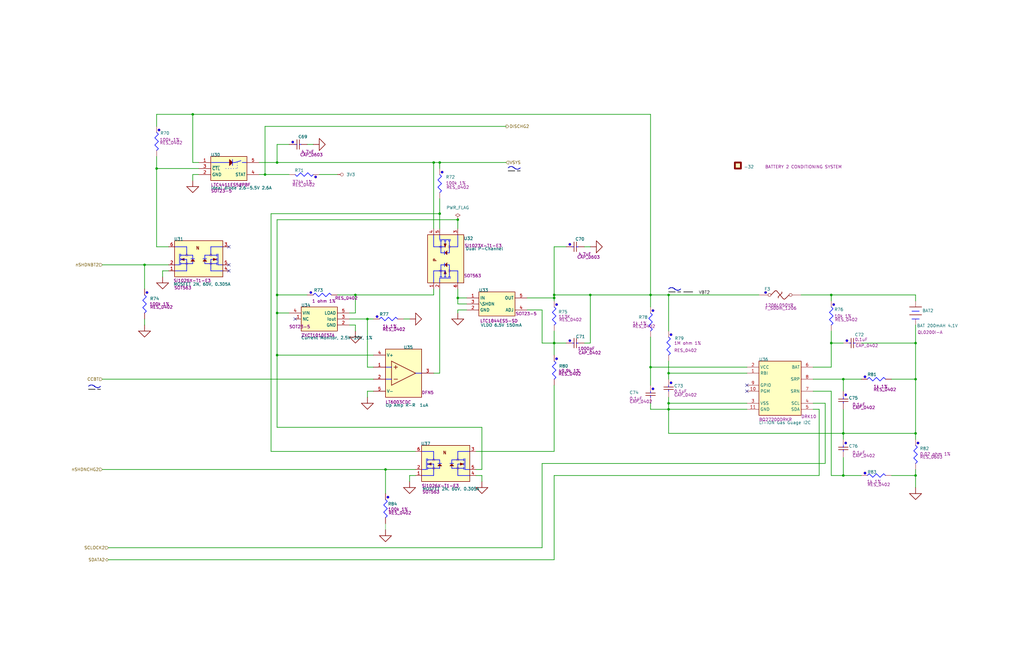
<source format=kicad_sch>
(kicad_sch (version 20231120) (generator "eeschema") (generator_version "8.0")
  (paper "B")
  (title_block (rev "-"))
  (junction (at 274.32 154.94))
  (junction (at 182.88 68.58))
  (junction (at 81.28 48.26))
  (junction (at 281.94 124.46))
  (junction (at 116.84 124.46))
  (junction (at 193.04 125.73))
  (junction (at 274.32 124.46))
  (junction (at 185.42 68.58))
  (junction (at 355.6 200.66))
  (junction (at 185.42 90.17))
  (junction (at 355.6 182.88))
  (junction (at 233.68 125.73))
  (junction (at 281.94 157.48))
  (junction (at 154.94 134.62))
  (junction (at 386.08 160.02))
  (junction (at 281.94 172.72))
  (junction (at 350.52 144.78))
  (junction (at 66.04 71.12))
  (junction (at 116.84 68.58))
  (junction (at 111.76 73.66))
  (junction (at 248.92 124.46))
  (junction (at 355.6 160.02))
  (junction (at 149.86 124.46))
  (junction (at 116.84 132.08))
  (junction (at 386.08 144.78))
  (junction (at 162.56 198.12))
  (junction (at 116.84 149.86))
  (junction (at 386.08 200.66))
  (junction (at 233.68 144.78))
  (junction (at 350.52 124.46))
  (junction (at 386.08 182.88))
  (junction (at 281.94 170.18))
  (junction (at 233.68 124.46))
  (junction (at 60.96 111.76))
  (junction (at 193.04 92.71))
  (no_connect (at 314.96 162.56))
  (no_connect (at 124.46 134.62))
  (no_connect (at 96.52 111.76))
  (no_connect (at 314.96 165.1))
  (no_connect (at 96.52 104.14))
  (no_connect (at 96.52 114.3))
  (wire (pts (xy 203.2 200.66) (xy 200.66 200.66)) (stroke (width 0.254)))
  (wire (pts (xy 347.98 195.58) (xy 228.6 195.58)) (stroke (width 0.254)))
  (wire (pts (xy 116.84 149.86) (xy 116.84 180.34)) (stroke (width 0.254)))
  (polyline (pts (xy 39.6971 162.8695) (xy 39.7406 162.9031)) (stroke (width 0.254) (type solid)))
  (polyline (pts (xy 284.5681 121.9985) (xy 284.6055 122.0289)) (stroke (width 0.254) (type solid)))
  (polyline (pts (xy 216.0389 70.362) (xy 216.1263 70.3935)) (stroke (width 0.254) (type solid)))
  (polyline (pts (xy 284.4654 121.9061) (xy 284.4763 121.9164)) (stroke (width 0.254) (type solid)))
  (wire (pts (xy 43.18 160.02) (xy 157.48 160.02)) (stroke (width 0.254)))
  (polyline (pts (xy 41.148 163.576) (xy 41.2543 163.5747)) (stroke (width 0.254) (type solid)))
  (wire (pts (xy 386.08 160.02) (xy 386.08 182.88)) (stroke (width 0.254)))
  (polyline (pts (xy 38.478 162.4492) (xy 38.5843 162.4479)) (stroke (width 0.254) (type solid)))
  (polyline (pts (xy 286.3139 122.3916) (xy 286.4295 122.3439)) (stroke (width 0.254) (type solid)))
  (polyline (pts (xy 216.9582 70.9471) (xy 217.0017 70.9807)) (stroke (width 0.254) (type solid)))
  (wire (pts (xy 345.44 172.72) (xy 345.44 200.66)) (stroke (width 0.254)))
  (polyline (pts (xy 39.8986 163.0423) (xy 39.9232 163.064)) (stroke (width 0.254) (type solid)))
  (wire (pts (xy 233.68 124.46) (xy 233.68 104.14)) (stroke (width 0.254)))
  (polyline (pts (xy 282.8726 121.3843) (xy 282.9833 121.3665)) (stroke (width 0.254) (type solid)))
  (polyline (pts (xy 216.7071 70.7294) (xy 216.7445 70.7598)) (stroke (width 0.254) (type solid)))
  (wire (pts (xy 116.84 149.86) (xy 157.48 149.86)) (stroke (width 0.254)))
  (wire (pts (xy 116.84 60.96) (xy 116.84 68.58)) (stroke (width 0.254)))
  (wire (pts (xy 248.92 124.46) (xy 233.68 124.46)) (stroke (width 0.254)))
  (polyline (pts (xy 42.1683 163.2212) (xy 42.2871 163.1237)) (stroke (width 0.254) (type solid)))
  (polyline (pts (xy 39.3225 162.6386) (xy 39.3973 162.6771)) (stroke (width 0.254) (type solid)))
  (wire (pts (xy 350.52 154.94) (xy 350.52 144.78)) (stroke (width 0.254)))
  (wire (pts (xy 274.32 124.46) (xy 248.92 124.46)) (stroke (width 0.254)))
  (polyline (pts (xy 284.7531 122.1367) (xy 284.8133 122.1758)) (stroke (width 0.254) (type solid)))
  (polyline (pts (xy 38.0322 162.5404) (xy 38.1463 162.5033)) (stroke (width 0.254) (type solid)))
  (wire (pts (xy 386.08 124.46) (xy 386.08 127)) (stroke (width 0.254)))
  (wire (pts (xy 185.42 90.17) (xy 185.42 96.52)) (stroke (width 0.254)))
  (wire (pts (xy 43.18 111.76) (xy 60.96 111.76)) (stroke (width 0.254)))
  (polyline (pts (xy 285.9766 122.4736) (xy 286.0873 122.4558)) (stroke (width 0.254) (type solid)))
  (polyline (pts (xy 39.8337 162.9816) (xy 39.8516 162.998)) (stroke (width 0.254) (type solid)))
  (polyline (pts (xy 216.7756 70.7862) (xy 216.8002 70.8079)) (stroke (width 0.254) (type solid)))
  (wire (pts (xy 193.04 128.27) (xy 196.85 128.27)) (stroke (width 0.254)))
  (polyline (pts (xy 40.335 163.3468) (xy 40.4098 163.3853)) (stroke (width 0.254) (type solid)))
  (polyline (pts (xy 39.8662 163.0119) (xy 39.8698 163.0156)) (stroke (width 0.254) (type solid)))
  (polyline (pts (xy 39.7406 162.9031) (xy 39.778 162.9335)) (stroke (width 0.254) (type solid)))
  (polyline (pts (xy 217.4556 71.2485) (xy 217.539 71.283)) (stroke (width 0.254) (type solid)))
  (wire (pts (xy 228.6 144.78) (xy 233.68 144.78)) (stroke (width 0.254)))
  (polyline (pts (xy 216.8472 70.8522) (xy 216.8651 70.8686)) (stroke (width 0.254) (type solid)))
  (wire (pts (xy 111.76 53.34) (xy 213.36 53.34)) (stroke (width 0.254)))
  (polyline (pts (xy 41.2543 163.5747) (xy 41.3628 163.5655)) (stroke (width 0.254) (type solid)))
  (wire (pts (xy 193.04 125.73) (xy 196.85 125.73)) (stroke (width 0.254)))
  (wire (pts (xy 172.72 200.66) (xy 175.26 200.66)) (stroke (width 0.254)))
  (polyline (pts (xy 214.2927 70.8382) (xy 214.4117 70.7265)) (stroke (width 0.254) (type solid)))
  (polyline (pts (xy 38.8867 162.4845) (xy 38.9813 162.5079)) (stroke (width 0.254) (type solid)))
  (polyline (pts (xy 284.3109 121.7776) (xy 284.3544 121.8112)) (stroke (width 0.254) (type solid)))
  (polyline (pts (xy 285.1863 122.3648) (xy 285.2737 122.3963)) (stroke (width 0.254) (type solid)))
  (polyline (pts (xy 40.8456 163.5394) (xy 40.9435 163.5576)) (stroke (width 0.254) (type solid)))
  (polyline (pts (xy 41.0444 163.5701) (xy 41.148 163.576)) (stroke (width 0.254) (type solid)))
  (polyline (pts (xy 41.3628 163.5655) (xy 41.4735 163.5477)) (stroke (width 0.254) (type solid)))
  (wire (pts (xy 342.9 154.94) (xy 350.52 154.94)) (stroke (width 0.254)))
  (polyline (pts (xy 284.6055 122.0289) (xy 284.649 122.0625)) (stroke (width 0.254) (type solid)))
  (polyline (pts (xy 215.6544 70.2801) (xy 215.7553 70.2926)) (stroke (width 0.254) (type solid)))
  (polyline (pts (xy 39.2432 162.6017) (xy 39.3225 162.6386)) (stroke (width 0.254) (type solid)))
  (polyline (pts (xy 285.4594 122.4475) (xy 285.5573 122.4657)) (stroke (width 0.254) (type solid)))
  (wire (pts (xy 233.68 190.5) (xy 233.68 162.56)) (stroke (width 0.254)))
  (wire (pts (xy 147.32 132.08) (xy 149.86 132.08)) (stroke (width 0.254)))
  (wire (pts (xy 386.08 198.12) (xy 386.08 200.66)) (stroke (width 0.254)))
  (polyline (pts (xy 218.44 71.374) (xy 218.5525 71.3469)) (stroke (width 0.254) (type solid)))
  (polyline (pts (xy 216.6636 70.6958) (xy 216.7071 70.7294)) (stroke (width 0.254) (type solid)))
  (polyline (pts (xy 218.7822 71.2621) (xy 218.8989 71.2029)) (stroke (width 0.254) (type solid)))
  (polyline (pts (xy 284.3544 121.8112) (xy 284.3918 121.8416)) (stroke (width 0.254) (type solid)))
  (wire (pts (xy 281.94 182.88) (xy 355.6 182.88)) (stroke (width 0.254)))
  (wire (pts (xy 274.32 172.72) (xy 274.32 170.18)) (stroke (width 0.254)))
  (polyline (pts (xy 217.166 71.094) (xy 217.2313 71.1337)) (stroke (width 0.254) (type solid)))
  (wire (pts (xy 149.86 137.16) (xy 149.86 139.7)) (stroke (width 0.254)))
  (wire (pts (xy 162.56 198.12) (xy 175.26 198.12)) (stroke (width 0.254)))
  (wire (pts (xy 149.86 124.46) (xy 142.24 124.46)) (stroke (width 0.254)))
  (polyline (pts (xy 286.6638 122.2134) (xy 286.7821 122.1293)) (stroke (width 0.254) (type solid)))
  (polyline (pts (xy 37.6823 162.7186) (xy 37.7999 162.6473)) (stroke (width 0.254) (type solid)))
  (wire (pts (xy 314.96 154.94) (xy 274.32 154.94)) (stroke (width 0.254)))
  (polyline (pts (xy 282.4137 121.5554) (xy 282.5304 121.4962)) (stroke (width 0.254) (type solid)))
  (polyline (pts (xy 282.7601 121.4114) (xy 282.8726 121.3843)) (stroke (width 0.254) (type solid)))
  (wire (pts (xy 185.42 83.82) (xy 185.42 90.17)) (stroke (width 0.254)))
  (wire (pts (xy 81.28 68.58) (xy 81.28 48.26)) (stroke (width 0.254)))
  (polyline (pts (xy 39.6479 162.8334) (xy 39.6971 162.8695)) (stroke (width 0.254) (type solid)))
  (polyline (pts (xy 216.8327 70.8382) (xy 216.8363 70.8419)) (stroke (width 0.254) (type solid)))
  (wire (pts (xy 111.76 73.66) (xy 111.76 53.34)) (stroke (width 0.254)))
  (wire (pts (xy 193.04 121.92) (xy 193.04 125.73)) (stroke (width 0.254)))
  (wire (pts (xy 185.42 68.58) (xy 182.88 68.58)) (stroke (width 0.254)))
  (wire (pts (xy 83.82 68.58) (xy 81.28 68.58)) (stroke (width 0.254)))
  (wire (pts (xy 355.6 182.88) (xy 355.6 185.42)) (stroke (width 0.254)))
  (wire (pts (xy 185.42 157.48) (xy 185.42 121.92)) (stroke (width 0.254)))
  (wire (pts (xy 274.32 129.54) (xy 274.32 124.46)) (stroke (width 0.254)))
  (wire (pts (xy 233.68 125.73) (xy 233.68 124.46)) (stroke (width 0.254)))
  (wire (pts (xy 60.96 121.92) (xy 60.96 111.76)) (stroke (width 0.254)))
  (polyline (pts (xy 216.5595 70.6216) (xy 216.6144 70.6597)) (stroke (width 0.254) (type solid)))
  (polyline (pts (xy 215.9478 70.3342) (xy 216.0389 70.362)) (stroke (width 0.254) (type solid)))
  (polyline (pts (xy 216.3638 70.5034) (xy 216.434 70.5428)) (stroke (width 0.254) (type solid)))
  (wire (pts (xy 66.04 48.26) (xy 81.28 48.26)) (stroke (width 0.254)))
  (polyline (pts (xy 40.9435 163.5576) (xy 41.0444 163.5701)) (stroke (width 0.254) (type solid)))
  (wire (pts (xy 142.24 73.66) (xy 134.62 73.66)) (stroke (width 0.254)))
  (polyline (pts (xy 284.1466 121.6643) (xy 284.2068 121.7034)) (stroke (width 0.254) (type solid)))
  (wire (pts (xy 281.94 170.18) (xy 281.94 172.72)) (stroke (width 0.254)))
  (polyline (pts (xy 284.5124 121.9504) (xy 284.537 121.9721)) (stroke (width 0.254) (type solid)))
  (wire (pts (xy 281.94 172.72) (xy 274.32 172.72)) (stroke (width 0.254)))
  (wire (pts (xy 114.3 90.17) (xy 114.3 190.5)) (stroke (width 0.254)))
  (wire (pts (xy 172.72 203.2) (xy 172.72 200.66)) (stroke (width 0.254)))
  (wire (pts (xy 68.58 116.84) (xy 68.58 114.3)) (stroke (width 0.254)))
  (polyline (pts (xy 217.1058 71.0549) (xy 217.166 71.094)) (stroke (width 0.254) (type solid)))
  (polyline (pts (xy 284.4836 121.9237) (xy 284.4945 121.934)) (stroke (width 0.254) (type solid)))
  (wire (pts (xy 233.68 127) (xy 233.68 125.73)) (stroke (width 0.254)))
  (polyline (pts (xy 215.4445 70.2755) (xy 215.5508 70.2742)) (stroke (width 0.254) (type solid)))
  (polyline (pts (xy 283.857 121.5098) (xy 283.9363 121.5467)) (stroke (width 0.254) (type solid)))
  (wire (pts (xy 68.58 114.3) (xy 71.12 114.3)) (stroke (width 0.254)))
  (wire (pts (xy 66.04 104.14) (xy 71.12 104.14)) (stroke (width 0.254)))
  (polyline (pts (xy 217.6264 71.3145) (xy 217.7175 71.3423)) (stroke (width 0.254) (type solid)))
  (wire (pts (xy 342.9 170.18) (xy 347.98 170.18)) (stroke (width 0.254)))
  (wire (pts (xy 248.92 144.78) (xy 248.92 124.46)) (stroke (width 0.254)))
  (wire (pts (xy 200.66 190.5) (xy 233.68 190.5)) (stroke (width 0.254)))
  (polyline (pts (xy 285.6582 122.4782) (xy 285.7618 122.4841)) (stroke (width 0.254) (type solid)))
  (wire (pts (xy 350.52 165.1) (xy 350.52 200.66)) (stroke (width 0.254)))
  (wire (pts (xy 71.12 111.76) (xy 60.96 111.76)) (stroke (width 0.254)))
  (wire (pts (xy 386.08 182.88) (xy 386.08 185.42)) (stroke (width 0.254)))
  (polyline (pts (xy 282.2961 121.6267) (xy 282.4137 121.5554)) (stroke (width 0.254) (type solid)))
  (polyline (pts (xy 283.3017 121.3619) (xy 283.4026 121.3744)) (stroke (width 0.254) (type solid)))
  (polyline (pts (xy 284.4229 121.868) (xy 284.4475 121.8897)) (stroke (width 0.254) (type solid)))
  (wire (pts (xy 193.04 132.08) (xy 193.04 130.81)) (stroke (width 0.254)))
  (polyline (pts (xy 285.5573 122.4657) (xy 285.6582 122.4782)) (stroke (width 0.254) (type solid)))
  (wire (pts (xy 147.32 137.16) (xy 149.86 137.16)) (stroke (width 0.254)))
  (wire (pts (xy 185.42 68.58) (xy 185.42 71.12)) (stroke (width 0.254)))
  (wire (pts (xy 60.96 137.16) (xy 60.96 134.62)) (stroke (width 0.254)))
  (polyline (pts (xy 283.7736 121.4753) (xy 283.857 121.5098)) (stroke (width 0.254) (type solid)))
  (polyline (pts (xy 40.6599 163.4882) (xy 40.751 163.516)) (stroke (width 0.254) (type solid)))
  (polyline (pts (xy 41.586 163.5206) (xy 41.7001 163.4835)) (stroke (width 0.254) (type solid)))
  (wire (pts (xy 116.84 180.34) (xy 203.2 180.34)) (stroke (width 0.254)))
  (polyline (pts (xy 285.1029 122.3303) (xy 285.1863 122.3648)) (stroke (width 0.254) (type solid)))
  (polyline (pts (xy 282.1778 121.7108) (xy 282.2961 121.6267)) (stroke (width 0.254) (type solid)))
  (polyline (pts (xy 37.3262 164.2819) (xy 42.4062 164.2819)) (stroke (width 0.254) (type dash) (color 0 0 0 1)))
  (wire (pts (xy 203.2 198.12) (xy 200.66 198.12)) (stroke (width 0.254)))
  (wire (pts (xy 157.48 154.94) (xy 154.94 154.94)) (stroke (width 0.254)))
  (polyline (pts (xy 283.5951 121.416) (xy 283.6862 121.4438)) (stroke (width 0.254) (type solid)))
  (polyline (pts (xy 284.4945 121.934) (xy 284.5124 121.9504)) (stroke (width 0.254) (type solid)))
  (wire (pts (xy 233.68 144.78) (xy 238.76 144.78)) (stroke (width 0.254)))
  (polyline (pts (xy 40.4098 163.3853) (xy 40.4891 163.4222)) (stroke (width 0.254) (type solid)))
  (polyline (pts (xy 284.2617 121.7415) (xy 284.3109 121.7776)) (stroke (width 0.254) (type solid)))
  (wire (pts (xy 116.84 124.46) (xy 129.54 124.46)) (stroke (width 0.254)))
  (wire (pts (xy 342.9 160.02) (xy 355.6 160.02)) (stroke (width 0.254)))
  (wire (pts (xy 355.6 182.88) (xy 386.08 182.88)) (stroke (width 0.254)))
  (polyline (pts (xy 216.434 70.5428) (xy 216.4993 70.5825)) (stroke (width 0.254) (type solid)))
  (wire (pts (xy 81.28 73.66) (xy 83.82 73.66)) (stroke (width 0.254)))
  (polyline (pts (xy 216.9208 70.9167) (xy 216.9582 70.9471)) (stroke (width 0.254) (type solid)))
  (polyline (pts (xy 283.5005 121.3926) (xy 283.5951 121.416)) (stroke (width 0.254) (type solid)))
  (wire (pts (xy 172.72 134.62) (xy 170.18 134.62)) (stroke (width 0.254)))
  (wire (pts (xy 233.68 139.7) (xy 233.68 144.78)) (stroke (width 0.254)))
  (polyline (pts (xy 216.829 70.8346) (xy 216.8327 70.8382)) (stroke (width 0.254) (type solid)))
  (polyline (pts (xy 216.8363 70.8419) (xy 216.8472 70.8522)) (stroke (width 0.254) (type solid)))
  (polyline (pts (xy 37.564 162.8027) (xy 37.6823 162.7186)) (stroke (width 0.254) (type solid)))
  (polyline (pts (xy 216.2097 70.428) (xy 216.289 70.4649)) (stroke (width 0.254) (type solid)))
  (polyline (pts (xy 284.4763 121.9164) (xy 284.48 121.92)) (stroke (width 0.254) (type solid)))
  (polyline (pts (xy 283.0918 121.3573) (xy 283.1981 121.356)) (stroke (width 0.254) (type solid)))
  (polyline (pts (xy 41.4735 163.5477) (xy 41.586 163.5206)) (stroke (width 0.254) (type solid)))
  (polyline (pts (xy 38.6879 162.4538) (xy 38.7888 162.4663)) (stroke (width 0.254) (type solid)))
  (wire (pts (xy 274.32 48.26) (xy 274.32 124.46)) (stroke (width 0.254)))
  (polyline (pts (xy 286.7821 122.1293) (xy 286.9009 122.0318)) (stroke (width 0.254) (type solid)))
  (wire (pts (xy 281.94 170.18) (xy 314.96 170.18)) (stroke (width 0.254)))
  (wire (pts (xy 345.44 200.66) (xy 233.68 200.66)) (stroke (width 0.254)))
  (wire (pts (xy 149.86 132.08) (xy 149.86 124.46)) (stroke (width 0.254)))
  (polyline (pts (xy 214.5305 70.629) (xy 214.6488 70.5449)) (stroke (width 0.254) (type solid)))
  (wire (pts (xy 193.04 125.73) (xy 193.04 128.27)) (stroke (width 0.254)))
  (polyline (pts (xy 215.336 70.2847) (xy 215.4445 70.2755)) (stroke (width 0.254) (type solid)))
  (wire (pts (xy 154.94 134.62) (xy 147.32 134.62)) (stroke (width 0.254)))
  (polyline (pts (xy 284.2068 121.7034) (xy 284.2617 121.7415)) (stroke (width 0.254) (type solid)))
  (polyline (pts (xy 284.8133 122.1758) (xy 284.8786 122.2155)) (stroke (width 0.254) (type solid)))
  (polyline (pts (xy 284.9488 122.2549) (xy 285.0236 122.2934)) (stroke (width 0.254) (type solid)))
  (polyline (pts (xy 217.8121 71.3657) (xy 217.91 71.3839)) (stroke (width 0.254) (type solid)))
  (wire (pts (xy 281.94 124.46) (xy 320.04 124.46)) (stroke (width 0.254)))
  (wire (pts (xy 233.68 200.66) (xy 233.68 236.22)) (stroke (width 0.254)))
  (wire (pts (xy 203.2 203.2) (xy 203.2 200.66)) (stroke (width 0.254)))
  (polyline (pts (xy 281.94 121.92) (xy 282.059 121.8083)) (stroke (width 0.254) (type solid)))
  (wire (pts (xy 233.68 144.78) (xy 233.68 149.86)) (stroke (width 0.254)))
  (wire (pts (xy 342.9 165.1) (xy 350.52 165.1)) (stroke (width 0.254)))
  (polyline (pts (xy 283.1981 121.356) (xy 283.3017 121.3619)) (stroke (width 0.254) (type solid)))
  (polyline (pts (xy 37.9166 162.5881) (xy 38.0322 162.5404)) (stroke (width 0.254) (type solid)))
  (polyline (pts (xy 39.778 162.9335) (xy 39.8091 162.9599)) (stroke (width 0.254) (type solid)))
  (wire (pts (xy 149.86 124.46) (xy 182.88 124.46)) (stroke (width 0.254)))
  (polyline (pts (xy 39.8625 163.0083) (xy 39.8662 163.0119)) (stroke (width 0.254) (type solid)))
  (polyline (pts (xy 219.1348 71.0475) (xy 219.2536 70.95)) (stroke (width 0.254) (type solid)))
  (polyline (pts (xy 216.8651 70.8686) (xy 216.8897 70.8903)) (stroke (width 0.254) (type solid)))
  (wire (pts (xy 228.6 130.81) (xy 228.6 144.78)) (stroke (width 0.254)))
  (polyline (pts (xy 217.539 71.283) (xy 217.6264 71.3145)) (stroke (width 0.254) (type solid)))
  (wire (pts (xy 350.52 124.46) (xy 386.08 124.46)) (stroke (width 0.254)))
  (wire (pts (xy 386.08 200.66) (xy 375.92 200.66)) (stroke (width 0.254)))
  (wire (pts (xy 386.08 137.16) (xy 386.08 144.78)) (stroke (width 0.254)))
  (polyline (pts (xy 285.7618 122.4841) (xy 285.8681 122.4828)) (stroke (width 0.254) (type solid)))
  (polyline (pts (xy 218.0109 71.3964) (xy 218.1145 71.4023)) (stroke (width 0.254) (type solid)))
  (polyline (pts (xy 217.3763 71.2116) (xy 217.4556 71.2485)) (stroke (width 0.254) (type solid)))
  (wire (pts (xy 222.25 130.81) (xy 228.6 130.81)) (stroke (width 0.254)))
  (wire (pts (xy 111.76 73.66) (xy 109.22 73.66)) (stroke (width 0.254)))
  (polyline (pts (xy 214.9987 70.3667) (xy 215.1128 70.3296)) (stroke (width 0.254) (type solid)))
  (polyline (pts (xy 38.1463 162.5033) (xy 38.2588 162.4762)) (stroke (width 0.254) (type solid)))
  (polyline (pts (xy 216.4993 70.5825) (xy 216.5595 70.6216)) (stroke (width 0.254) (type solid)))
  (polyline (pts (xy 284.8786 122.2155) (xy 284.9488 122.2549)) (stroke (width 0.254) (type solid)))
  (wire (pts (xy 193.04 92.71) (xy 116.84 92.71)) (stroke (width 0.254)))
  (wire (pts (xy 355.6 160.02) (xy 355.6 165.1)) (stroke (width 0.254)))
  (wire (pts (xy 314.96 172.72) (xy 281.94 172.72)) (stroke (width 0.254)))
  (polyline (pts (xy 285.0236 122.2934) (xy 285.1029 122.3303)) (stroke (width 0.254) (type solid)))
  (polyline (pts (xy 40.4891 163.4222) (xy 40.5725 163.4567)) (stroke (width 0.254) (type solid)))
  (polyline (pts (xy 217.0509 71.0168) (xy 217.1058 71.0549)) (stroke (width 0.254) (type solid)))
  (polyline (pts (xy 42.2871 163.1237) (xy 42.4062 163.0119)) (stroke (width 0.254) (type solid)))
  (polyline (pts (xy 284.537 121.9721) (xy 284.5681 121.9985)) (stroke (width 0.254) (type solid)))
  (wire (pts (xy 281.94 172.72) (xy 281.94 182.88)) (stroke (width 0.254)))
  (wire (pts (xy 233.68 236.22) (xy 45.72 236.22)) (stroke (width 0.254)))
  (polyline (pts (xy 39.9232 163.064) (xy 39.9543 163.0904)) (stroke (width 0.254) (type solid)))
  (wire (pts (xy 182.88 157.48) (xy 185.42 157.48)) (stroke (width 0.254)))
  (polyline (pts (xy 219.0165 71.1316) (xy 219.1348 71.0475)) (stroke (width 0.254) (type solid)))
  (polyline (pts (xy 218.3293 71.3918) (xy 218.44 71.374)) (stroke (width 0.254) (type solid)))
  (wire (pts (xy 350.52 144.78) (xy 350.52 139.7)) (stroke (width 0.254)))
  (polyline (pts (xy 217.3015 71.1731) (xy 217.3763 71.2116)) (stroke (width 0.254) (type solid)))
  (polyline (pts (xy 217.7175 71.3423) (xy 217.8121 71.3657)) (stroke (width 0.254) (type solid)))
  (polyline (pts (xy 218.2208 71.401) (xy 218.3293 71.3918)) (stroke (width 0.254) (type solid)))
  (wire (pts (xy 281.94 157.48) (xy 281.94 160.02)) (stroke (width 0.254)))
  (wire (pts (xy 157.48 165.1) (xy 154.94 165.1)) (stroke (width 0.254)))
  (polyline (pts (xy 286.5462 122.2847) (xy 286.6638 122.2134)) (stroke (width 0.254) (type solid)))
  (wire (pts (xy 121.92 60.96) (xy 116.84 60.96)) (stroke (width 0.254)))
  (polyline (pts (xy 284.3918 121.8416) (xy 284.4229 121.868)) (stroke (width 0.254) (type solid)))
  (wire (pts (xy 350.52 200.66) (xy 355.6 200.66)) (stroke (width 0.254)))
  (polyline (pts (xy 37.3262 163.0119) (xy 37.4452 162.9002)) (stroke (width 0.254) (type solid)))
  (polyline (pts (xy 40.751 163.516) (xy 40.8456 163.5394)) (stroke (width 0.254) (type solid)))
  (polyline (pts (xy 38.3695 162.4584) (xy 38.478 162.4492)) (stroke (width 0.254) (type solid)))
  (polyline (pts (xy 283.4026 121.3744) (xy 283.5005 121.3926)) (stroke (width 0.254) (type solid)))
  (polyline (pts (xy 218.8989 71.2029) (xy 219.0165 71.1316)) (stroke (width 0.254) (type solid)))
  (polyline (pts (xy 39.4675 162.7165) (xy 39.5328 162.7562)) (stroke (width 0.254) (type solid)))
  (polyline (pts (xy 284.0813 121.6246) (xy 284.1466 121.6643)) (stroke (width 0.254) (type solid)))
  (wire (pts (xy 193.04 130.81) (xy 196.85 130.81)) (stroke (width 0.254)))
  (wire (pts (xy 116.84 92.71) (xy 116.84 124.46)) (stroke (width 0.254)))
  (polyline (pts (xy 38.2588 162.4762) (xy 38.3695 162.4584)) (stroke (width 0.254) (type solid)))
  (wire (pts (xy 83.82 71.12) (xy 66.04 71.12)) (stroke (width 0.254)))
  (polyline (pts (xy 39.8807 163.0259) (xy 39.8986 163.0423)) (stroke (width 0.254) (type solid)))
  (polyline (pts (xy 214.7664 70.4736) (xy 214.8831 70.4144)) (stroke (width 0.254) (type solid)))
  (polyline (pts (xy 40.0844 163.1905) (xy 40.1393 163.2286)) (stroke (width 0.254) (type solid)))
  (wire (pts (xy 114.3 190.5) (xy 175.26 190.5)) (stroke (width 0.254)))
  (wire (pts (xy 193.04 96.52) (xy 193.04 92.71)) (stroke (width 0.254)))
  (wire (pts (xy 233.68 104.14) (xy 238.76 104.14)) (stroke (width 0.254)))
  (wire (pts (xy 121.92 73.66) (xy 111.76 73.66)) (stroke (width 0.254)))
  (wire (pts (xy 116.84 132.08) (xy 116.84 149.86)) (stroke (width 0.254)))
  (polyline (pts (xy 41.7001 163.4835) (xy 41.8157 163.4358)) (stroke (width 0.254) (type solid)))
  (polyline (pts (xy 38.5843 162.4479) (xy 38.6879 162.4538)) (stroke (width 0.254) (type solid)))
  (polyline (pts (xy 214.2927 72.1082) (xy 219.3727 72.1082)) (stroke (width 0.254) (type dash) (color 0 0 0 1)))
  (polyline (pts (xy 282.646 121.4485) (xy 282.7601 121.4114)) (stroke (width 0.254) (type solid)))
  (wire (pts (xy 274.32 154.94) (xy 274.32 162.56)) (stroke (width 0.254)))
  (wire (pts (xy 246.38 144.78) (xy 248.92 144.78)) (stroke (width 0.254)))
  (wire (pts (xy 350.52 127) (xy 350.52 124.46)) (stroke (width 0.254)))
  (wire (pts (xy 81.28 76.2) (xy 81.28 73.66)) (stroke (width 0.254)))
  (wire (pts (xy 274.32 142.24) (xy 274.32 154.94)) (stroke (width 0.254)))
  (wire (pts (xy 116.84 124.46) (xy 116.84 132.08)) (stroke (width 0.254)))
  (wire (pts (xy 228.6 195.58) (xy 228.6 231.14)) (stroke (width 0.254)))
  (polyline (pts (xy 282.059 121.8083) (xy 282.1778 121.7108)) (stroke (width 0.254) (type solid)))
  (wire (pts (xy 355.6 160.02) (xy 363.22 160.02)) (stroke (width 0.254)))
  (polyline (pts (xy 284.4475 121.8897) (xy 284.4654 121.9061)) (stroke (width 0.254) (type solid)))
  (polyline (pts (xy 39.8516 162.998) (xy 39.8625 163.0083)) (stroke (width 0.254) (type solid)))
  (polyline (pts (xy 218.5525 71.3469) (xy 218.6666 71.3098)) (stroke (width 0.254) (type solid)))
  (wire (pts (xy 281.94 157.48) (xy 314.96 157.48)) (stroke (width 0.254)))
  (wire (pts (xy 203.2 180.34) (xy 203.2 198.12)) (stroke (width 0.254)))
  (polyline (pts (xy 39.9543 163.0904) (xy 39.9917 163.1208)) (stroke (width 0.254) (type solid)))
  (polyline (pts (xy 216.6144 70.6597) (xy 216.6636 70.6958)) (stroke (width 0.254) (type solid)))
  (polyline (pts (xy 39.1598 162.5672) (xy 39.2432 162.6017)) (stroke (width 0.254) (type solid)))
  (polyline (pts (xy 40.0352 163.1544) (xy 40.0844 163.1905)) (stroke (width 0.254) (type solid)))
  (polyline (pts (xy 215.8532 70.3108) (xy 215.9478 70.3342)) (stroke (width 0.254) (type solid)))
  (polyline (pts (xy 39.9917 163.1208) (xy 40.0352 163.1544)) (stroke (width 0.254) (type solid)))
  (polyline (pts (xy 215.2253 70.3025) (xy 215.336 70.2847)) (stroke (width 0.254) (type solid)))
  (wire (pts (xy 347.98 170.18) (xy 347.98 195.58)) (stroke (width 0.254)))
  (wire (pts (xy 248.92 104.14) (xy 246.38 104.14)) (stroke (width 0.254)))
  (polyline (pts (xy 286.1998 122.4287) (xy 286.3139 122.3916)) (stroke (width 0.254) (type solid)))
  (wire (pts (xy 281.94 139.7) (xy 281.94 124.46)) (stroke (width 0.254)))
  (wire (pts (xy 386.08 144.78) (xy 386.08 160.02)) (stroke (width 0.254)))
  (polyline (pts (xy 285.2737 122.3963) (xy 285.3648 122.4241)) (stroke (width 0.254) (type solid)))
  (polyline (pts (xy 39.5328 162.7562) (xy 39.593 162.7953)) (stroke (width 0.254) (type solid)))
  (wire (pts (xy 154.94 134.62) (xy 157.48 134.62)) (stroke (width 0.254)))
  (polyline (pts (xy 284.0111 121.5852) (xy 284.0813 121.6246)) (stroke (width 0.254) (type solid)))
  (wire (pts (xy 355.6 193.04) (xy 355.6 200.66)) (stroke (width 0.254)))
  (polyline (pts (xy 216.8002 70.8079) (xy 216.8181 70.8243)) (stroke (width 0.254) (type solid)))
  (polyline (pts (xy 283.6862 121.4438) (xy 283.7736 121.4753)) (stroke (width 0.254) (type solid)))
  (polyline (pts (xy 286.9009 122.0318) (xy 287.02 121.92)) (stroke (width 0.254) (type solid)))
  (wire (pts (xy 281.94 167.64) (xy 281.94 170.18)) (stroke (width 0.254)))
  (wire (pts (xy 337.82 124.46) (xy 350.52 124.46)) (stroke (width 0.254)))
  (polyline (pts (xy 284.48 121.92) (xy 284.4836 121.9237)) (stroke (width 0.254) (type solid)))
  (polyline (pts (xy 218.6666 71.3098) (xy 218.7822 71.2621)) (stroke (width 0.254) (type solid)))
  (polyline (pts (xy 286.0873 122.4558) (xy 286.1998 122.4287)) (stroke (width 0.254) (type solid)))
  (polyline (pts (xy 288.29 123.19) (xy 292.1 123.19)) (stroke (width 0.254) (type solid) (color 0 0 0 1)))
  (wire (pts (xy 355.6 172.72) (xy 355.6 182.88)) (stroke (width 0.254)))
  (polyline (pts (xy 216.289 70.4649) (xy 216.3638 70.5034)) (stroke (width 0.254) (type solid)))
  (wire (pts (xy 162.56 198.12) (xy 162.56 208.28)) (stroke (width 0.254)))
  (wire (pts (xy 228.6 231.14) (xy 45.72 231.14)) (stroke (width 0.254)))
  (polyline (pts (xy 214.8831 70.4144) (xy 214.9987 70.3667)) (stroke (width 0.254) (type solid)))
  (wire (pts (xy 116.84 68.58) (xy 109.22 68.58)) (stroke (width 0.254)))
  (wire (pts (xy 281.94 152.4) (xy 281.94 157.48)) (stroke (width 0.254)))
  (wire (pts (xy 233.68 125.73) (xy 222.25 125.73)) (stroke (width 0.254)))
  (polyline (pts (xy 285.3648 122.4241) (xy 285.4594 122.4475)) (stroke (width 0.254) (type solid)))
  (wire (pts (xy 154.94 165.1) (xy 154.94 167.64)) (stroke (width 0.254)))
  (polyline (pts (xy 39.8698 163.0156) (xy 39.8807 163.0259)) (stroke (width 0.254) (type solid)))
  (polyline (pts (xy 216.7445 70.7598) (xy 216.7756 70.7862)) (stroke (width 0.254) (type solid)))
  (polyline (pts (xy 217.0017 70.9807) (xy 217.0509 71.0168)) (stroke (width 0.254) (type solid)))
  (polyline (pts (xy 42.05 163.3053) (xy 42.1683 163.2212)) (stroke (width 0.254) (type solid)))
  (polyline (pts (xy 40.1995 163.2677) (xy 40.2648 163.3074)) (stroke (width 0.254) (type solid)))
  (polyline (pts (xy 282.5304 121.4962) (xy 282.646 121.4485)) (stroke (width 0.254) (type solid)))
  (wire (pts (xy 66.04 71.12) (xy 66.04 104.14)) (stroke (width 0.254)))
  (polyline (pts (xy 214.6488 70.5449) (xy 214.7664 70.4736)) (stroke (width 0.254) (type solid)))
  (wire (pts (xy 386.08 200.66) (xy 386.08 205.74)) (stroke (width 0.254)))
  (polyline (pts (xy 285.8681 122.4828) (xy 285.9766 122.4736)) (stroke (width 0.254) (type solid)))
  (polyline (pts (xy 41.9324 163.3766) (xy 42.05 163.3053)) (stroke (width 0.254) (type solid)))
  (wire (pts (xy 81.28 48.26) (xy 274.32 48.26)) (stroke (width 0.254)))
  (polyline (pts (xy 217.91 71.3839) (xy 218.0109 71.3964)) (stroke (width 0.254) (type solid)))
  (polyline (pts (xy 283.9363 121.5467) (xy 284.0111 121.5852)) (stroke (width 0.254) (type solid)))
  (wire (pts (xy 43.18 198.12) (xy 162.56 198.12)) (stroke (width 0.254)))
  (polyline (pts (xy 39.8091 162.9599) (xy 39.8337 162.9816)) (stroke (width 0.254) (type solid)))
  (polyline (pts (xy 37.7999 162.6473) (xy 37.9166 162.5881)) (stroke (width 0.254) (type solid)))
  (wire (pts (xy 375.92 160.02) (xy 386.08 160.02)) (stroke (width 0.254)))
  (polyline (pts (xy 38.7888 162.4663) (xy 38.8867 162.4845)) (stroke (width 0.254) (type solid)))
  (polyline (pts (xy 39.593 162.7953) (xy 39.6479 162.8334)) (stroke (width 0.254) (type solid)))
  (wire (pts (xy 66.04 66.04) (xy 66.04 71.12)) (stroke (width 0.254)))
  (polyline (pts (xy 40.5725 163.4567) (xy 40.6599 163.4882)) (stroke (width 0.254) (type solid)))
  (wire (pts (xy 355.6 144.78) (xy 350.52 144.78)) (stroke (width 0.254)))
  (polyline (pts (xy 216.1263 70.3935) (xy 216.2097 70.428)) (stroke (width 0.254) (type solid)))
  (wire (pts (xy 342.9 172.72) (xy 345.44 172.72)) (stroke (width 0.254)))
  (wire (pts (xy 182.88 68.58) (xy 182.88 96.52)) (stroke (width 0.254)))
  (polyline (pts (xy 41.8157 163.4358) (xy 41.9324 163.3766)) (stroke (width 0.254) (type solid)))
  (polyline (pts (xy 284.649 122.0625) (xy 284.6982 122.0986)) (stroke (width 0.254) (type solid)))
  (polyline (pts (xy 39.3973 162.6771) (xy 39.4675 162.7165)) (stroke (width 0.254) (type solid)))
  (polyline (pts (xy 219.2536 70.95) (xy 219.3727 70.8382)) (stroke (width 0.254) (type solid)))
  (wire (pts (xy 162.56 223.52) (xy 162.56 220.98)))
  (polyline (pts (xy 215.5508 70.2742) (xy 215.6544 70.2801)) (stroke (width 0.254) (type solid)))
  (wire (pts (xy 274.32 124.46) (xy 281.94 124.46)) (stroke (width 0.254)))
  (polyline (pts (xy 37.4452 162.9002) (xy 37.564 162.8027)) (stroke (width 0.254) (type solid)))
  (polyline (pts (xy 286.4295 122.3439) (xy 286.5462 122.2847)) (stroke (width 0.254) (type solid)))
  (polyline (pts (xy 217.2313 71.1337) (xy 217.3015 71.1731)) (stroke (width 0.254) (type solid)))
  (polyline (pts (xy 216.8897 70.8903) (xy 216.9208 70.9167)) (stroke (width 0.254) (type solid)))
  (polyline (pts (xy 215.7553 70.2926) (xy 215.8532 70.3108)) (stroke (width 0.254) (type solid)))
  (wire (pts (xy 154.94 154.94) (xy 154.94 134.62)) (stroke (width 0.254)))
  (wire (pts (xy 182.88 68.58) (xy 116.84 68.58)) (stroke (width 0.254)))
  (polyline (pts (xy 215.1128 70.3296) (xy 215.2253 70.3025)) (stroke (width 0.254) (type solid)))
  (polyline (pts (xy 281.94 123.19) (xy 287.02 123.19)) (stroke (width 0.254) (type dash) (color 0 0 0 1)))
  (polyline (pts (xy 38.9813 162.5079) (xy 39.0724 162.5357)) (stroke (width 0.254) (type solid)))
  (polyline (pts (xy 218.1145 71.4023) (xy 218.2208 71.401)) (stroke (width 0.254) (type solid)))
  (polyline (pts (xy 39.0724 162.5357) (xy 39.1598 162.5672)) (stroke (width 0.254) (type solid)))
  (polyline (pts (xy 282.9833 121.3665) (xy 283.0918 121.3573)) (stroke (width 0.254) (type solid)))
  (polyline (pts (xy 284.6982 122.0986) (xy 284.7531 122.1367)) (stroke (width 0.254) (type solid)))
  (wire (pts (xy 363.22 144.78) (xy 386.08 144.78)) (stroke (width 0.254)))
  (wire (pts (xy 355.6 200.66) (xy 363.22 200.66)) (stroke (width 0.254)))
  (wire (pts (xy 116.84 132.08) (xy 121.92 132.08)) (stroke (width 0.254)))
  (wire (pts (xy 66.04 53.34) (xy 66.04 48.26)) (stroke (width 0.254)))
  (polyline (pts (xy 40.1393 163.2286) (xy 40.1995 163.2677)) (stroke (width 0.254) (type solid)))
  (polyline (pts (xy 40.2648 163.3074) (xy 40.335 163.3468)) (stroke (width 0.254) (type solid)))
  (wire (pts (xy 185.42 68.58) (xy 213.36 68.58)) (stroke (width 0.254)))
  (polyline (pts (xy 214.4117 70.7265) (xy 214.5305 70.629)) (stroke (width 0.254) (type solid)))
  (wire (pts (xy 114.3 90.17) (xy 185.42 90.17)) (stroke (width 0.254)))
  (wire (pts (xy 132.08 60.96) (xy 129.54 60.96)) (stroke (width 0.254)))
  (wire (pts (xy 182.88 124.46) (xy 182.88 121.92)) (stroke (width 0.254)))
  (polyline (pts (xy 216.8181 70.8243) (xy 216.829 70.8346)) (stroke (width 0.254) (type solid)))
  (label "VBT2" (at 294.64 124.46 0))
  (hierarchical_label "SCLOCK2" (shape input) (at 45.72 231.14 180))
  (hierarchical_label "SDATA2" (shape bidirectional) (at 45.72 236.22 180))
  (hierarchical_label "CCBT" (shape input) (at 43.18 160.02 180))
  (hierarchical_label "nSHDNBT2" (shape input) (at 43.18 111.76 180))
  (hierarchical_label "VSYS" (shape input) (at 213.36 68.58 0))
  (hierarchical_label "DISCHG2" (shape output) (at 213.36 53.34 0))
  (hierarchical_label "nSHDNCHG2" (shape input) (at 43.18 198.12 180))
  (symbol (lib_id "NNPS:root_0_LMK107BJ475KA-T") (at 238.76 104.14 0) (unit 1)
    (property "Reference" "C70" (at 242.57 101.6 0) (effects (justify left bottom)))
    (property "Value" "C_4u7_X5R_10_0603_10%" (effects (hide yes)))
    (property "Footprint" "NNPS:CAP_0603" (effects (hide yes)))
    (property "MFR" "Murata Electronics North America" (effects (hide yes)))
    (property "PACKAGEDESCRIPTION" "CAP_0603" (at 243.332 109.22 0) (effects (justify left bottom)))
    (property "SUPPLIER 1" "Digi-Key" (effects (hide yes)))
    (property "SUPPLIER PART NUMBER 1" "490-11988-6-ND" (effects (hide yes)))
    (property "ALTIUM_VALUE" "4.7uF" (at 243.84 107.95 0) (effects (justify left bottom)))
    (property "MPN" "GRM185R61A475KE11D" (effects (hide yes)))
    (property "SBI" "53-0076" (effects (hide yes)))
  )
  (symbol (lib_id "NNPS:GND") (at 386.08 205.74 0) (unit 1)
    (property "Reference" "#PWR?" (effects (hide yes)))
    (property "Value" "GND" (effects (hide yes)))
  )
  (symbol (lib_id "NNPS:root_0_MCR01MZPF1001") (at 157.48 134.62 0) (unit 1)
    (property "Reference" "R77" (at 160.02 133.35 0) (effects (justify left bottom)))
    (property "Value" "R_1k_0402" (effects (hide yes)))
    (property "Footprint" "NNPS:RES_0402" (effects (hide yes)))
    (property "MFR" "Vishay Dale" (effects (hide yes)))
    (property "PACKAGEDESCRIPTION" "RES_0402" (at 161.29 139.7 0) (effects (justify left bottom)))
    (property "SUPPLIER 1" "Digi-Key" (effects (hide yes)))
    (property "SUPPLIER PART NUMBER 1" "541-1.00KLDKR-ND" (effects (hide yes)))
    (property "ALTIUM_VALUE" "1k 1%" (at 161.29 138.43 0) (effects (justify left bottom)))
    (property "MPN" "CRCW04021K00FKED" (effects (hide yes)))
    (property "SBI" "53-0049-4" (effects (hide yes)))
  )
  (symbol (lib_id "NNPS:root_3_MCR01MZPF1001") (at 274.32 129.54 0) (unit 1)
    (property "Reference" "R78" (at 269.24 134.62 0) (effects (justify left bottom)))
    (property "Value" "R_1k_0402" (effects (hide yes)))
    (property "Footprint" "NNPS:RES_0402" (effects (hide yes)))
    (property "MFR" "Vishay Dale" (effects (hide yes)))
    (property "PACKAGEDESCRIPTION" "RES_0402" (at 266.7 138.43 0) (effects (justify left bottom)))
    (property "SUPPLIER 1" "Digi-Key" (effects (hide yes)))
    (property "SUPPLIER PART NUMBER 1" "541-1.00KLDKR-ND" (effects (hide yes)))
    (property "ALTIUM_VALUE" "1k 1%" (at 266.7 137.16 0) (effects (justify left bottom)))
    (property "MPN" "CRCW04021K00FKED" (effects (hide yes)))
    (property "SBI" "53-0049-4" (effects (hide yes)))
  )
  (symbol (lib_id "NNPS:root_3_MCR01MZPF1003") (at 185.42 71.12 0) (unit 1)
    (property "Reference" "R72" (at 187.96 75.438 0) (effects (justify left bottom)))
    (property "Value" "R_100k_0402" (effects (hide yes)))
    (property "Footprint" "NNPS:RES_0402" (effects (hide yes)))
    (property "MFR" "Vishay Dale" (effects (hide yes)))
    (property "PACKAGEDESCRIPTION" "RES_0402" (at 188.214 79.756 0) (effects (justify left bottom)))
    (property "SUPPLIER 1" "Digi-Key" (effects (hide yes)))
    (property "SUPPLIER PART NUMBER 1" "541-100KLDKR-ND" (effects (hide yes)))
    (property "MPN" "CRCW0402100KFKED" (effects (hide yes)))
    (property "ALTIUM_VALUE" "100k 1%" (at 187.96 77.978 0) (effects (justify left bottom)))
    (property "SBI" "53-0049-7" (effects (hide yes)))
  )
  (symbol (lib_id "NNPS:GND") (at 162.56 223.52 0) (unit 1)
    (property "Reference" "#PWR0159" (effects (hide yes)))
    (property "Value" "GND" (effects (hide yes)))
  )
  (symbol (lib_id "NNPS:root_3_MCR01MZPF1003") (at 162.56 208.28 0) (unit 1)
    (property "Reference" "R84" (at 163.576 213.36 0) (effects (justify left bottom)))
    (property "Value" "R_100k_0402" (effects (hide yes)))
    (property "Footprint" "NNPS:RES_0402" (effects (hide yes)))
    (property "MFR" "Vishay Dale" (effects (hide yes)))
    (property "PACKAGEDESCRIPTION" "RES_0402" (at 163.83 217.17 0) (effects (justify left bottom)))
    (property "SUPPLIER 1" "Digi-Key" (effects (hide yes)))
    (property "SUPPLIER PART NUMBER 1" "541-100KLDKR-ND" (effects (hide yes)))
    (property "MPN" "CRCW0402100KFKED" (effects (hide yes)))
    (property "ALTIUM_VALUE" "100k 1%" (at 163.576 215.646 0) (effects (justify left bottom)))
    (property "SBI" "53-0049-7" (effects (hide yes)))
  )
  (symbol (lib_id "NNPS:root_3_GRM155R71C104KA88D") (at 281.94 160.02 0) (unit 1)
    (property "Reference" "C73" (at 284.226 163.576 0) (effects (justify left bottom)))
    (property "Value" "C_100n_X7R_16_0402_10%" (effects (hide yes)))
    (property "Footprint" "NNPS:CAP_0402" (effects (hide yes)))
    (property "MFR" "Murata" (effects (hide yes)))
    (property "PACKAGEDESCRIPTION" "CAP_0402" (at 284.226 167.386 0) (effects (justify left bottom)))
    (property "SUPPLIER 1" "Digi-Key" (effects (hide yes)))
    (property "SUPPLIER PART NUMBER 1" "490-3261-2-ND" (effects (hide yes)))
    (property "ALTIUM_VALUE" "0.1uF" (at 284.226 165.862 0) (effects (justify left bottom)))
    (property "MPN" "GRM155R71C104KA88D" (effects (hide yes)))
    (property "SBI" "53-0040-1" (effects (hide yes)))
  )
  (symbol (lib_id "NNPS:root_0_LMK107BJ475KA-T") (at 121.92 60.96 0) (unit 1)
    (property "Reference" "C69" (at 125.73 58.42 0) (effects (justify left bottom)))
    (property "Value" "C_4u7_X5R_10_0603_10%" (effects (hide yes)))
    (property "Footprint" "NNPS:CAP_0603" (effects (hide yes)))
    (property "MFR" "Murata Electronics North America" (effects (hide yes)))
    (property "PACKAGEDESCRIPTION" "CAP_0603" (at 126.492 66.04 0) (effects (justify left bottom)))
    (property "SUPPLIER 1" "Digi-Key" (effects (hide yes)))
    (property "SUPPLIER PART NUMBER 1" "490-11988-6-ND" (effects (hide yes)))
    (property "ALTIUM_VALUE" "4.7uF" (at 127 64.77 0) (effects (justify left bottom)))
    (property "MPN" "GRM185R61A475KE11D" (effects (hide yes)))
    (property "SBI" "53-0076" (effects (hide yes)))
  )
  (symbol (lib_id "NNPS:root_3_GRM155R71C104KA88D") (at 355.6 165.1 0) (unit 1)
    (property "Reference" "C75" (at 357.886 168.656 0) (effects (justify left bottom)))
    (property "Value" "C_100n_X7R_16_0402_10%" (effects (hide yes)))
    (property "Footprint" "NNPS:CAP_0402" (effects (hide yes)))
    (property "MFR" "Murata" (effects (hide yes)))
    (property "PACKAGEDESCRIPTION" "CAP_0402" (at 359.41 172.72 0) (effects (justify left bottom)))
    (property "SUPPLIER 1" "Digi-Key" (effects (hide yes)))
    (property "SUPPLIER PART NUMBER 1" "490-3261-2-ND" (effects (hide yes)))
    (property "ALTIUM_VALUE" "0.1uF" (at 359.41 171.45 0) (effects (justify left bottom)))
    (property "MPN" "GRM155R71C104KA88D" (effects (hide yes)))
    (property "SBI" "53-0040-1" (effects (hide yes)))
  )
  (symbol (lib_id "NNPS:root_0_1206L050YR") (at 320.04 124.46 0) (unit 1)
    (property "Reference" "F3" (at 322.326 122.682 0) (effects (justify left bottom)))
    (property "Value" "F_500m_1206" (effects (hide yes)))
    (property "Footprint" "NNPS:FUSE_1206" (effects (hide yes)))
    (property "MFR" "Littelfuse" (effects (hide yes)))
    (property "PACKAGEDESCRIPTION" "F_500m_1206" (at 322.58 130.81 0) (effects (justify left bottom)))
    (property "SUPPLIER 1" "Digi-Key" (effects (hide yes)))
    (property "SUPPLIER PART NUMBER 1" "F2112CT-ND" (effects (hide yes)))
    (property "ALTIUM_VALUE" "500mA" (effects (hide yes)))
    (property "MPN" "1206L050YR" (at 322.58 129.54 0) (effects (justify left bottom)))
    (property "SBI" "54-0113" (effects (hide yes)))
  )
  (symbol (lib_id "NNPS:root_0_MCR01MZPF1001") (at 363.22 160.02 0) (unit 1)
    (property "Reference" "R81" (at 365.76 158.75 0) (effects (justify left bottom)))
    (property "Value" "R_1k_0402" (effects (hide yes)))
    (property "Footprint" "NNPS:RES_0402" (effects (hide yes)))
    (property "MFR" "Vishay Dale" (effects (hide yes)))
    (property "PACKAGEDESCRIPTION" "RES_0402" (at 368.3 165.1 0) (effects (justify left bottom)))
    (property "SUPPLIER 1" "Digi-Key" (effects (hide yes)))
    (property "SUPPLIER PART NUMBER 1" "541-1.00KLDKR-ND" (effects (hide yes)))
    (property "ALTIUM_VALUE" "1k 1%" (at 368.3 163.83 0) (effects (justify left bottom)))
    (property "MPN" "CRCW04021K00FKED" (effects (hide yes)))
    (property "SBI" "53-0049-4" (effects (hide yes)))
  )
  (symbol (lib_id "NNPS:PWR_FLAG") (at 193.04 92.71 0) (unit 1)
    (property "Reference" "#FLG012" (effects (hide yes)))
    (property "Value" "PWR_FLAG" (at 193.04 87.63 0))
  )
  (symbol (lib_id "NNPS:GND") (at 60.96 137.16 0) (unit 1)
    (property "Reference" "#PWR?" (effects (hide yes)))
    (property "Value" "GND" (effects (hide yes)))
  )
  (symbol (lib_id "NNPS:GND") (at 132.08 60.96 90) (unit 1)
    (property "Reference" "#PWR?" (effects (hide yes)))
    (property "Value" "GND" (effects (hide yes)))
  )
  (symbol (lib_id "NNPS:root_0_ZXCT1010E5TA") (at 127 129.54 0) (unit 1)
    (property "Reference" "U34" (at 127 129.54 0) (effects (justify left bottom)))
    (property "Value" "Current Monitor, 2.5V-20V, 1%" (at 127 143.256 0) (effects (justify left bottom)))
    (property "Footprint" "NNPS:SOT23-5" (effects (hide yes)))
    (property "COMPONENTLINK1URL" "Q~{:}0~{0}0~{4}00-04-3500 Zetex ZXCT1010.pdf" (effects (hide yes)))
    (property "COMPONENTNNPS_PN" "00-04-3500" (effects (hide yes)))
    (property "MFR" "Diodes Incorporated" (effects (hide yes)))
    (property "PACKAGEDESCRIPTION" "SOT23-5" (at 121.92 137.16 0) (effects (justify left top)))
    (property "SUPPLIER 1" "Digi-Key" (effects (hide yes)))
    (property "SUPPLIER PART NUMBER 1" "ZXCT1010DKR-ND" (effects (hide yes)))
    (property "ALTIUM_VALUE" "ZXCT1010" (effects (hide yes)))
    (property "MPN" "ZXCT1010E5TA" (at 127 142.24 0) (effects (justify left bottom)))
    (property "SBI" "54-0052" (effects (hide yes)))
  )
  (symbol (lib_id "NNPS:3V3") (at 142.24 73.66 90) (unit 1)
    (property "Reference" "#PWR?" (effects (hide yes)))
    (property "Value" "3V3" (at 146.05 73.66 90) (effects (justify right)))
  )
  (symbol (lib_id "NNPS:root_0_CRCW04021R00FNED") (at 129.54 124.46 0) (unit 1)
    (property "Reference" "R73" (at 132.334 123.19 0) (effects (justify left bottom)))
    (property "Value" "R_1_0402" (effects (hide yes)))
    (property "Footprint" "NNPS:RES_0402" (effects (hide yes)))
    (property "MFR" "Vishay" (effects (hide yes)))
    (property "PACKAGEDESCRIPTION" "RES_0402" (at 141.224 126.492 0) (effects (justify left bottom)))
    (property "SUPPLIER 1" "Digi-Key" (effects (hide yes)))
    (property "SUPPLIER PART NUMBER 1" "541-1.00LCT-ND" (effects (hide yes)))
    (property "MPN" "CRCW04021R00FNED" (effects (hide yes)))
    (property "ALTIUM_VALUE" "1 ohm 1%" (at 131.572 127.762 0) (effects (justify left bottom)))
  )
  (symbol (lib_id "NNPS:GND") (at 248.92 104.14 90) (unit 1)
    (property "Reference" "#PWR?" (effects (hide yes)))
    (property "Value" "GND" (effects (hide yes)))
  )
  (symbol (lib_id "NNPS:root_3_MCR01MZPF1003") (at 60.96 121.92 0) (unit 1)
    (property "Reference" "R74" (at 63.246 126.746 0) (effects (justify left bottom)))
    (property "Value" "R_100k_0402" (effects (hide yes)))
    (property "Footprint" "NNPS:RES_0402" (effects (hide yes)))
    (property "MFR" "Vishay Dale" (effects (hide yes)))
    (property "PACKAGEDESCRIPTION" "RES_0402" (at 63.246 130.302 0) (effects (justify left bottom)))
    (property "SUPPLIER 1" "Digi-Key" (effects (hide yes)))
    (property "SUPPLIER PART NUMBER 1" "541-100KLDKR-ND" (effects (hide yes)))
    (property "MPN" "CRCW0402100KFKED" (effects (hide yes)))
    (property "ALTIUM_VALUE" "100k 1%" (at 62.992 129.032 0) (effects (justify left bottom)))
    (property "SBI" "53-0049-7" (effects (hide yes)))
  )
  (symbol (lib_id "NNPS:root_0_GRM1555C1H102JA01D") (at 238.76 144.78 0) (unit 1)
    (property "Reference" "C71" (at 242.824 142.748 0) (effects (justify left bottom)))
    (property "Value" "C_1n_C0G_50_0402_5%" (effects (hide yes)))
    (property "Footprint" "NNPS:CAP_0402" (effects (hide yes)))
    (property "MFR" "Murata" (effects (hide yes)))
    (property "PACKAGEDESCRIPTION" "CAP_0402" (at 243.84 149.606 0) (effects (justify left bottom)))
    (property "SUPPLIER 1" "Digi-Key" (effects (hide yes)))
    (property "SUPPLIER PART NUMBER 1" "490-3244-1-ND" (effects (hide yes)))
    (property "ALTIUM_VALUE" "1000pF" (at 243.586 147.828 0) (effects (justify left bottom)))
    (property "MPN" "GRM1555C1H102JA01D" (effects (hide yes)))
    (property "SBI" "53-0041-2" (effects (hide yes)))
  )
  (symbol (lib_id "NNPS:root_0_LT6003CDC") (at 162.56 147.32 0) (unit 1)
    (property "Reference" "U35" (at 170.18 147.32 0) (effects (justify left bottom)))
    (property "Value" "Op Amp R-R  1uA" (at 162.56 171.704 0) (effects (justify left bottom)))
    (property "Footprint" "NNPS:DFN4" (effects (hide yes)))
    (property "PACKAGEDESCRIPTION" "DFN5" (at 177.8 166.37 0) (effects (justify left bottom)))
    (property "MFR" "Linear Technology" (effects (hide yes)))
    (property "SUPPLIER 1" "Digi-Key" (effects (hide yes)))
    (property "SUPPLIER PART NUMBER 1" "LT6003CDC#TRMPBFDKR-ND" (effects (hide yes)))
    (property "MPN" "LT6003CDC" (at 162.56 170.434 0) (effects (justify left bottom)))
    (property "SBI" "54-0105" (effects (hide yes)))
  )
  (symbol (lib_id "NNPS:root_0_BQ27200DRKR") (at 320.04 152.4 0) (unit 1)
    (property "Reference" "U36" (at 320.04 152.4 0) (effects (justify left bottom)))
    (property "Value" "LI-ION Gas Guage I2C" (at 320.04 179.07 0) (effects (justify left bottom)))
    (property "Footprint" "NNPS:QFN10" (effects (hide yes)))
    (property "MFR" "Texas Instruments" (effects (hide yes)))
    (property "SUPPLIER 1" "Digi-Key" (effects (hide yes)))
    (property "SUPPLIER PART NUMBER 1" "296-17521-6-ND" (effects (hide yes)))
    (property "PACKAGEDESCRIPTION" "DRK10" (at 337.82 176.53 0) (effects (justify left bottom)))
    (property "MPN" "BQ27200DRKR" (at 320.04 177.8 0) (effects (justify left bottom)))
    (property "SBI" "54-0106" (effects (hide yes)))
  )
  (symbol (lib_id "NNPS:root_3_GRM155R71C104KA88D") (at 355.6 185.42 0) (unit 1)
    (property "Reference" "C76" (at 357.886 188.976 0) (effects (justify left bottom)))
    (property "Value" "C_100n_X7R_16_0402_10%" (effects (hide yes)))
    (property "Footprint" "NNPS:CAP_0402" (effects (hide yes)))
    (property "MFR" "Murata" (effects (hide yes)))
    (property "PACKAGEDESCRIPTION" "CAP_0402" (at 359.41 193.04 0) (effects (justify left bottom)))
    (property "SUPPLIER 1" "Digi-Key" (effects (hide yes)))
    (property "SUPPLIER PART NUMBER 1" "490-3261-2-ND" (effects (hide yes)))
    (property "ALTIUM_VALUE" "0.1uF" (at 359.41 191.77 0) (effects (justify left bottom)))
    (property "MPN" "GRM155R71C104KA88D" (effects (hide yes)))
    (property "SBI" "53-0040-1" (effects (hide yes)))
  )
  (symbol (lib_id "NNPS:GND") (at 154.94 167.64 0) (unit 1)
    (property "Reference" "#PWR?" (effects (hide yes)))
    (property "Value" "GND" (effects (hide yes)))
  )
  (symbol (lib_id "NNPS:root_0_mirrored_LTC4411ES5") (at 88.9 66.04 0) (unit 1)
    (property "Reference" "U30" (at 88.9 66.04 0) (effects (justify left bottom)))
    (property "Value" "Ideal diode 2.6-5.5V 2.6A" (at 88.9 80.01 0) (effects (justify left bottom)))
    (property "Footprint" "NNPS:SOT23-5" (effects (hide yes)))
    (property "MFR" "Linear Technology" (effects (hide yes)))
    (property "SUPPLIER 1" "Digi-Key" (effects (hide yes)))
    (property "SUPPLIER PART NUMBER 1" "LTC4411ES5#TRMPBFDKR-ND" (effects (hide yes)))
    (property "PACKAGEDESCRIPTION" "SOT23-5" (at 88.9 81.28 0) (effects (justify left bottom)))
    (property "MPN" "LTC4411ES5#PBF" (at 88.9 78.74 0) (effects (justify left bottom)))
    (property "SBI" "54-0101" (effects (hide yes)))
  )
  (symbol (lib_id "NNPS:root_3_GRM155R71C104KA88D") (at 274.32 162.56 0) (unit 1)
    (property "Reference" "C74" (at 265.43 166.37 0) (effects (justify left bottom)))
    (property "Value" "C_100n_X7R_16_0402_10%" (effects (hide yes)))
    (property "Footprint" "NNPS:CAP_0402" (effects (hide yes)))
    (property "MFR" "Murata" (effects (hide yes)))
    (property "PACKAGEDESCRIPTION" "CAP_0402" (at 265.43 170.18 0) (effects (justify left bottom)))
    (property "SUPPLIER 1" "Digi-Key" (effects (hide yes)))
    (property "SUPPLIER PART NUMBER 1" "490-3261-2-ND" (effects (hide yes)))
    (property "ALTIUM_VALUE" "0.1uF" (at 265.43 168.91 0) (effects (justify left bottom)))
    (property "MPN" "GRM155R71C104KA88D" (effects (hide yes)))
    (property "SBI" "53-0040-1" (effects (hide yes)))
  )
  (symbol (lib_id "NNPS:root_3_MCR01MZPF4992") (at 233.68 149.86 0) (unit 1)
    (property "Reference" "R80" (at 235.712 155.194 0) (effects (justify left bottom)))
    (property "Value" "R_49k9_0402" (effects (hide yes)))
    (property "Footprint" "NNPS:RES_0402" (effects (hide yes)))
    (property "MFR" "Vishay Dale" (effects (hide yes)))
    (property "PACKAGEDESCRIPTION" "RES_0402" (at 235.458 158.496 0) (effects (justify left bottom)))
    (property "SUPPLIER 1" "Digi-Key" (effects (hide yes)))
    (property "SUPPLIER PART NUMBER 1" "541-49.9KLDKR-ND" (effects (hide yes)))
    (property "MPN" "CRCW040249K9FKED" (effects (hide yes)))
    (property "ALTIUM_VALUE" "49.9k 1%" (at 235.458 157.226 0) (effects (justify left bottom)))
    (property "SBI" "53-009-2" (effects (hide yes)))
  )
  (symbol (lib_id "NNPS:root_3_QL0200I-A") (at 388.62 129.54 0) (unit 1)
    (property "Reference" "BAT2" (at 388.874 131.826 0) (effects (justify left bottom)))
    (property "Value" "BAT 200mAH 4.1V" (at 386.588 138.176 0) (effects (justify left bottom)))
    (property "Footprint" "NNPS:QL0200I-A" (effects (hide yes)))
    (property "MFR" "Quallion" (effects (hide yes)))
    (property "ALTIUM_VALUE" "200mAH 4.1V" (effects (hide yes)))
    (property "SUPPLIER 1" "Quallion" (effects (hide yes)))
    (property "SUPPLIER PART NUMBER 1" "QL0200I-A" (effects (hide yes)))
    (property "MPN" "QL0200I-A" (at 386.842 140.97 0) (effects (justify left bottom)))
  )
  (symbol (lib_id "NNPS:root_3_MCR01MZPF1002") (at 350.52 127 0) (unit 1)
    (property "Reference" "R76" (at 351.79 131.318 0) (effects (justify left bottom)))
    (property "Value" "R_10k_0402" (effects (hide yes)))
    (property "Footprint" "NNPS:RES_0402" (effects (hide yes)))
    (property "MFR" "Vishay Dale" (effects (hide yes)))
    (property "PACKAGEDESCRIPTION" "RES_0402" (at 352.044 135.636 0) (effects (justify left bottom)))
    (property "SUPPLIER 1" "Digi-Key" (effects (hide yes)))
    (property "SUPPLIER PART NUMBER 1" "541-10.0KLDKR-ND" (effects (hide yes)))
    (property "ALTIUM_VALUE" "10k 1%" (at 351.79 134.112 0) (effects (justify left bottom)))
    (property "MPN" "CRCW040210K0FKED" (effects (hide yes)))
  )
  (symbol (lib_id "NNPS:GND") (at 172.72 134.62 90) (unit 1)
    (property "Reference" "#PWR?" (effects (hide yes)))
    (property "Value" "GND" (effects (hide yes)))
  )
  (symbol (lib_id "NNPS:root_0_MCR01MZPF1001") (at 363.22 200.66 0) (unit 1)
    (property "Reference" "R83" (at 365.76 199.898 0) (effects (justify left bottom)))
    (property "Value" "R_1k_0402" (effects (hide yes)))
    (property "Footprint" "NNPS:RES_0402" (effects (hide yes)))
    (property "MFR" "Vishay Dale" (effects (hide yes)))
    (property "PACKAGEDESCRIPTION" "RES_0402" (at 365.76 205.232 0) (effects (justify left bottom)))
    (property "SUPPLIER 1" "Digi-Key" (effects (hide yes)))
    (property "SUPPLIER PART NUMBER 1" "541-1.00KLDKR-ND" (effects (hide yes)))
    (property "ALTIUM_VALUE" "1k 1%" (at 365.506 203.962 0) (effects (justify left bottom)))
    (property "MPN" "CRCW04021K00FKED" (effects (hide yes)))
    (property "SBI" "53-0049-4" (effects (hide yes)))
  )
  (symbol (lib_id "NNPS:root_0_Si1026X-T1-E3") (at 177.8 187.96 0) (unit 1)
    (property "Reference" "U37" (at 177.546 187.96 0) (effects (justify left bottom)))
    (property "Value" "MOSFET 2N, 60V, 0.305A" (at 178.054 207.01 0) (effects (justify left bottom)))
    (property "Footprint" "NNPS:SOT-563" (effects (hide yes)))
    (property "MFR" "Vishay Siliconix" (effects (hide yes)))
    (property "PACKAGEDESCRIPTION" "SOT563" (at 178.054 208.28 0) (effects (justify left bottom)))
    (property "SUPPLIER 1" "Digi-Key" (effects (hide yes)))
    (property "SUPPLIER PART NUMBER 1" "SI1026X-T1-E3CT-ND" (effects (hide yes)))
    (property "ALTIUM_VALUE" "500mA" (effects (hide yes)))
    (property "MPN" "Si1026X-T1-E3" (at 177.8 205.74 0) (effects (justify left bottom)))
    (property "SBI" "54-0102" (effects (hide yes)))
  )
  (symbol (lib_id "NNPS:root_2_CRCW0402374KFKED") (at 134.62 73.66 0) (unit 1)
    (property "Reference" "R71" (at 124.206 72.644 0) (effects (justify left bottom)))
    (property "Value" "R_374k_0402" (effects (hide yes)))
    (property "Footprint" "NNPS:RES_0402" (effects (hide yes)))
    (property "MFR" "Vishay Dale" (effects (hide yes)))
    (property "PACKAGEDESCRIPTION" "RES_0402" (at 123.19 78.74 0) (effects (justify left bottom)))
    (property "SUPPLIER 1" "Digi-Key" (effects (hide yes)))
    (property "SUPPLIER PART NUMBER 1" "541-374KLDKR-ND" (effects (hide yes)))
    (property "MPN" "CRCW0402374KFKED" (effects (hide yes)))
    (property "ALTIUM_VALUE" "374k 1%" (at 123.19 77.47 0) (effects (justify left bottom)))
    (property "SBI" "53-0049-25" (effects (hide yes)))
  )
  (symbol (lib_id "NNPS:root_3_MCR01MZPF1003") (at 66.04 53.34 0) (unit 1)
    (property "Reference" "R70" (at 67.564 56.896 0) (effects (justify left bottom)))
    (property "Value" "R_100k_0402" (effects (hide yes)))
    (property "Footprint" "NNPS:RES_0402" (effects (hide yes)))
    (property "MFR" "Vishay Dale" (effects (hide yes)))
    (property "PACKAGEDESCRIPTION" "RES_0402" (at 67.31 60.96 0) (effects (justify left bottom)))
    (property "SUPPLIER 1" "Digi-Key" (effects (hide yes)))
    (property "SUPPLIER PART NUMBER 1" "541-100KLDKR-ND" (effects (hide yes)))
    (property "MPN" "CRCW0402100KFKED" (effects (hide yes)))
    (property "ALTIUM_VALUE" "100k 1%" (at 67.31 59.69 0) (effects (justify left bottom)))
    (property "SBI" "53-0049-7" (effects (hide yes)))
  )
  (symbol (lib_id "NNPS:GND") (at 149.86 139.7 0) (unit 1)
    (property "Reference" "#PWR?" (effects (hide yes)))
    (property "Value" "GND" (effects (hide yes)))
  )
  (symbol (lib_id "NNPS:GND") (at 81.28 76.2 0) (unit 1)
    (property "Reference" "#PWR?" (effects (hide yes)))
    (property "Value" "GND" (effects (hide yes)))
  )
  (symbol (lib_id "NNPS:GND") (at 203.2 203.2 0) (unit 1)
    (property "Reference" "#PWR?" (effects (hide yes)))
    (property "Value" "GND" (effects (hide yes)))
  )
  (symbol (lib_id "NNPS:GND") (at 68.58 116.84 0) (unit 1)
    (property "Reference" "#PWR?" (effects (hide yes)))
    (property "Value" "GND" (effects (hide yes)))
  )
  (symbol (lib_id "NNPS:root_1_SI1023X-T1-E3") (at 180.34 119.38 0) (unit 1)
    (property "Reference" "U32" (at 195.58 101.346 0) (effects (justify left bottom)))
    (property "Value" "Dual P-Channel" (at 196.342 105.664 0) (effects (justify left bottom)))
    (property "Footprint" "NNPS:SOT-563" (effects (hide yes)))
    (property "MFR" "Vishay Siliconix" (effects (hide yes)))
    (property "PACKAGEDESCRIPTION" "SOT563" (at 195.58 117.094 0) (effects (justify left bottom)))
    (property "SUPPLIER 1" "Digi-Key" (effects (hide yes)))
    (property "SUPPLIER PART NUMBER 1" "SI1023X-T1-GE3CT-ND" (effects (hide yes)))
    (property "ALTIUM_VALUE" "-350mA" (effects (hide yes)))
    (property "MPN" "SI1023X-T1-E3" (at 195.834 104.394 0) (effects (justify left bottom)))
    (property "SBI" "54-0103" (effects (hide yes)))
  )
  (symbol (lib_id "NNPS:root_3_MCR01MZPF1004") (at 281.94 139.7 0) (unit 1)
    (property "Reference" "R79" (at 284.48 143.51 0) (effects (justify left bottom)))
    (property "Value" "1M ohm 1%" (effects (hide yes)))
    (property "Footprint" "NNPS:RES_0402" (effects (hide yes)))
    (property "MFR" "Vishay Dale" (effects (hide yes)))
    (property "PACKAGEDESCRIPTION" "RES_0402" (at 284.226 148.59 0) (effects (justify left bottom)))
    (property "SUPPLIER 1" "Digi-Key" (effects (hide yes)))
    (property "SUPPLIER PART NUMBER 1" "541-1.00MLDKR-ND" (effects (hide yes)))
    (property "ALTIUM_VALUE" "1M ohm 1%" (at 284.226 145.542 0) (effects (justify left bottom)))
    (property "MPN" "CRCW04021M00FKED" (effects (hide yes)))
    (property "SBI" "53-0095" (effects (hide yes)))
  )
  (symbol (lib_id "NNPS:root_3_ERJ-2RKF1133X") (at 233.68 127 0) (unit 1)
    (property "Reference" "R75" (at 235.458 132.334 0) (effects (justify left bottom)))
    (property "Value" "R_113k_0402" (effects (hide yes)))
    (property "Footprint" "NNPS:RES_0402" (effects (hide yes)))
    (property "MFR" "Vishay Dale" (effects (hide yes)))
    (property "PACKAGEDESCRIPTION" "RES_0402" (at 235.712 135.636 0) (effects (justify left bottom)))
    (property "SUPPLIER 1" "Digi-Key" (effects (hide yes)))
    (property "SUPPLIER PART NUMBER 1" "541-113KLDKR-ND" (effects (hide yes)))
    (property "MPN" "CRCW0402113KFKED" (effects (hide yes)))
    (property "ALTIUM_VALUE" "113K" (at 235.458 134.366 0) (effects (justify left bottom)))
    (property "SBI" "53-0049-33" (effects (hide yes)))
  )
  (symbol (lib_id "NNPS:root_0_LTC1844ES5-SD") (at 201.93 123.19 0) (unit 1)
    (property "Reference" "U33" (at 201.93 123.19 0) (effects (justify left bottom)))
    (property "Value" "VLDO 6.5V 150mA" (at 202.692 137.922 0) (effects (justify left bottom)))
    (property "Footprint" "NNPS:SOT23-5" (effects (hide yes)))
    (property "MFR" "Linear Technology" (effects (hide yes)))
    (property "SUPPLIER 1" "Digi-Key" (effects (hide yes)))
    (property "SUPPLIER PART NUMBER 1" "LTC1844ES5-SD#TRMPBFDKR-ND" (effects (hide yes)))
    (property "PACKAGEDESCRIPTION" "SOT23-5" (at 217.424 133.096 0) (effects (justify left bottom)))
    (property "ALTIUM_VALUE" "150mA" (effects (hide yes)))
    (property "MPN" "LTC1844ES5-SD" (at 202.438 136.144 0) (effects (justify left bottom)))
    (property "SBI" "54-0104" (effects (hide yes)))
  )
  (symbol (lib_id "NNPS:GND") (at 193.04 132.08 0) (unit 1)
    (property "Reference" "#PWR?" (effects (hide yes)))
    (property "Value" "GND" (effects (hide yes)))
  )
  (symbol (lib_id "NNPS:root_0_BOM_S1") (at 309.88 68.58 0) (unit 1) (exclude_from_sim yes) (in_bom no) (on_board no)
    (property "Reference" "-32" (at 313.69 71.12 0) (effects (justify left bottom)))
    (property "Value" "BOM_S1" (effects (hide yes)))
    (property "XDESCRIPTION" "BATTERY 2 CONDITIONING SYSTEM" (at 322.58 71.12 0) (effects (justify left bottom)))
  )
  (symbol (lib_id "NNPS:root_0_GRM155R71C104KA88D") (at 355.6 144.78 0) (unit 1)
    (property "Reference" "C72" (at 360.426 141.986 0) (effects (justify left bottom)))
    (property "Value" "C_100n_X7R_16_0402_10%" (effects (hide yes)))
    (property "Footprint" "NNPS:CAP_0402" (effects (hide yes)))
    (property "MFR" "Murata" (effects (hide yes)))
    (property "PACKAGEDESCRIPTION" "CAP_0402" (at 360.68 146.558 0) (effects (justify left bottom)))
    (property "SUPPLIER 1" "Digi-Key" (effects (hide yes)))
    (property "SUPPLIER PART NUMBER 1" "490-3261-2-ND" (effects (hide yes)))
    (property "ALTIUM_VALUE" "0.1uF" (at 360.426 144.018 0) (effects (justify left bottom)))
    (property "MPN" "GRM155R71C104KA88D" (effects (hide yes)))
    (property "SBI" "53-0040-1" (effects (hide yes)))
  )
  (symbol (lib_id "NNPS:GND") (at 172.72 203.2 0) (unit 1)
    (property "Reference" "#PWR?" (effects (hide yes)))
    (property "Value" "GND" (effects (hide yes)))
  )
  (symbol (lib_id "NNPS:root_0_Si1026X-T1-E3") (at 73.66 101.6 0) (unit 1)
    (property "Reference" "U31" (at 73.406 101.6 0) (effects (justify left bottom)))
    (property "Value" "MOSFET 2N, 60V, 0.305A" (at 73.152 120.65 0) (effects (justify left bottom)))
    (property "Footprint" "NNPS:SOT-563" (effects (hide yes)))
    (property "MFR" "Vishay Siliconix" (effects (hide yes)))
    (property "PACKAGEDESCRIPTION" "SOT563" (at 73.406 122.174 0) (effects (justify left bottom)))
    (property "SUPPLIER 1" "Digi-Key" (effects (hide yes)))
    (property "SUPPLIER PART NUMBER 1" "SI1026X-T1-E3CT-ND" (effects (hide yes)))
    (property "ALTIUM_VALUE" "500mA" (effects (hide yes)))
    (property "MPN" "Si1026X-T1-E3" (at 73.152 119.126 0) (effects (justify left bottom)))
    (property "SBI" "54-0102" (effects (hide yes)))
  )
  (symbol (lib_id "NNPS:root_3_WSL0603R0200FEA") (at 386.08 185.42 0) (unit 1)
    (property "Reference" "R82" (at 387.858 189.992 0) (effects (justify left bottom)))
    (property "Value" "R_20m_0603" (effects (hide yes)))
    (property "Footprint" "NNPS:RES_0603" (effects (hide yes)))
    (property "MFR" "Vishay Dale" (effects (hide yes)))
    (property "PACKAGEDESCRIPTION" "RES_0603" (at 387.858 193.548 0) (effects (justify left bottom)))
    (property "SUPPLIER 1" "Digi-Key" (effects (hide yes)))
    (property "SUPPLIER PART NUMBER 1" "WSLJ-.02DKR-ND" (effects (hide yes)))
    (property "ALTIUM_VALUE" "0.02 ohm 1%" (at 387.858 192.278 0) (effects (justify left bottom)))
    (property "MPN" "WSL0603R0200FEA" (effects (hide yes)))
    (property "SBI" "53-0087" (effects (hide yes)))
  )
)
</source>
